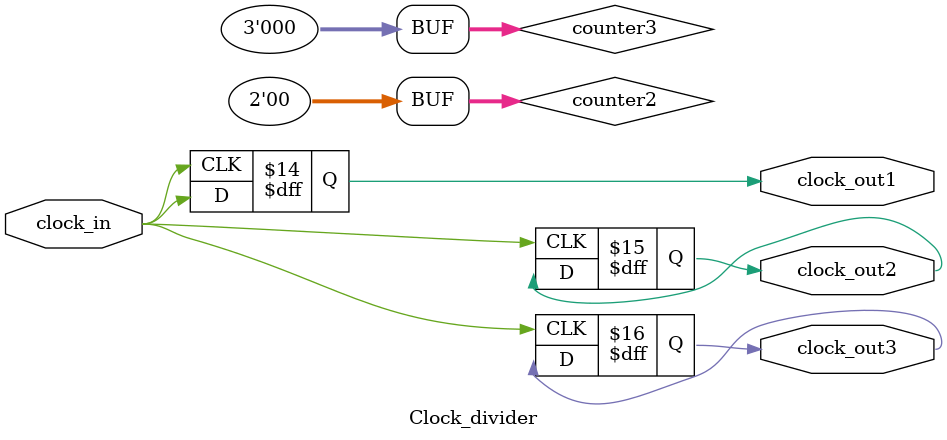
<source format=v>
module Clock_divider(clock_in, clock_out1, clock_out2, clock_out3);

input clock_in;
output reg clock_out1;
output reg clock_out2;
output reg clock_out3;

reg[1:0] counter2 = 0;
reg[2:0] counter3 = 0;

always @(posedge clock_in)
begin

    counter1 <= counter2 + 1;
    counter1 <= counter3 + 1;
clock_out1 = clock_in;
 if(counter2 >= (1))
    clock_out2 <= ~clock_out2;
 if(counter3 >= (2))
    clock_out3 <= ~clock_out3;

end
endmodule

</source>
